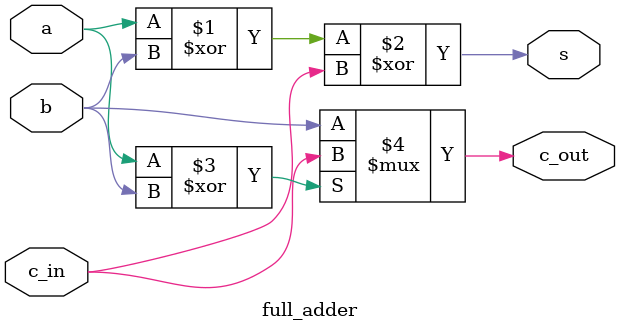
<source format=v>
module part2(Clock, Reset_b, Data, Function, ALUout);
    input Clock;
    input Reset_b;
    input [3:0] Data;
    input [2:0] Function;
    output reg [7:0] ALUout;
    
    wire [3:0] A = Data;
    wire [3:0] B;
    wire [4:0] regsum;
    wire [7:0] regmult;
    assign regsum = A + B;
    assign regmult = A * B;

    wire [4:0] FA_out;
    wire [3:0] carry;
	adder_4bit adder(.a(A),.b(B),.c_in(1'b0),.s(FA_out[3:0]),.c_out(carry[3:0]));
    assign FA_out[4] = carry[3];

    always @(posedge Clock)
        begin
            if (Reset_b == 1'b0)
                ALUout <= 8'b00000000;
            else
                case (Function)
                    3'b000: ALUout <= {3'b000, FA_out[4:0]};
                    3'b001: ALUout <= {3'b000, regsum};
                    3'b010: ALUout <= {{4{B[3]}}, B};
                    3'b011: ALUout <= {7'b0000000, |{A,B}}; // | is reudction to 1 bit
                    3'b100: ALUout <= {7'b0000000, &{A,B}}; // & is reduction to 1 bit
                    3'b101: ALUout <= B<<A;
                    3'b110: ALUout <= {regmult};
                    3'b111: ALUout <= ALUout;
                    default: ALUout <= 8'b00000000;     
                endcase
        end
    assign B = ALUout[3:0];
endmodule

// part 3 from lab 3 (OLD)
// module part3(A, B, Function, ALUout);
//     input [3:0] A;
//     input [3:0] B;
//     input [2:0] Function;
//     output reg [7:0] ALUout;

//     wire [4:0]FA_out;

//     part2 adder(
//         .a(A),
//         .b(B),
//         .c_in(1'b0),
//         .s(FA_out[3:0]),
//         .c_out(FA_out[4])
//     );

//     wire [4:0] regsum;
//     assign regsum = A + B;
//     assign regmult = A * B;
//     // combinational: always @(*)
//     // sequential: always @(inputs...)

//     always @(*)
//     begin
//         case (Function)
//             3'b000: ALUout = {3'b000, FA_out[4:0]};
//             3'b001: ALUout = {3'b000, regsum};
//             3'b010: ALUout = {{4{B[3]}}, B};
//             3'b011: ALUout = {7'b0000000, |{A,B}}; // | is reudction to 1 bit
//             3'b100: ALUout = {7'b0000000, &{A,B}}; // & is reduction to 1 bit
//             3'b101: ALUout = B<<A;
//             3'b110: ALUout = {regmult};
//             3'b111:
//             default: ALUout = 8'b00000000;

            
//         endcase
//     end
// endmodule

module adder_4bit(a, b, c_in, s, c_out);
    // 2 4-bit inputs
    // must write these declarations in multi-line apparently
    input [3:0] a;
    input [3:0] b;
    input c_in; 

    output [3:0] s;
    output [3:0] c_out; //4-bit sum and 1-bit carry out

    //wire c_out0, c_out1, c_out2; //carry out becomes carry in

    full_adder u0(
      .a(a[0]),
      .b(b[0]),
      .c_in(c_in),
      .s(s[0]),
      .c_out(c_out[0])
    );
    full_adder u1(
      .a(a[1]),
      .b(b[1]),
      .c_in(c_out[0]),
      .s(s[1]),
      .c_out(c_out[1])
    );
    full_adder u2(
      .a(a[2]),
      .b(b[2]),
      .c_in(c_out[1]),
      .s(s[2]),
      .c_out(c_out[2])
    );
    full_adder u3(
      .a(a[3]),
      .b(b[3]),
      .c_in(c_out[2]),
      .s(s[3]),
      .c_out(c_out[3]) //final carry out
    );
endmodule

module full_adder(a, b, c_in, s, c_out);
    input a, b, c_in;
    output s, c_out;
    assign s = (a^b) ^ c_in;
    assign c_out = a^b ? c_in : b;
endmodule

</source>
